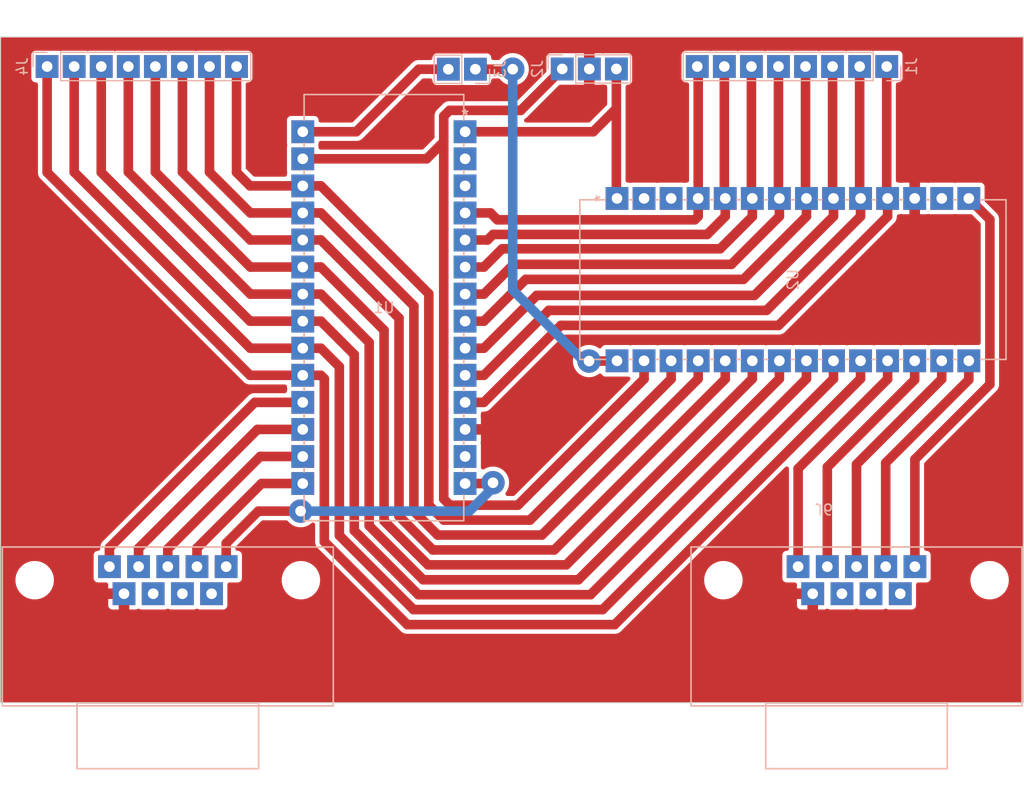
<source format=kicad_pcb>
(kicad_pcb (version 20221018) (generator pcbnew)
  (layers (0 "F.Cu" signal) (31 "B.Cu" signal) (34 "B.Paste" user) (35 "F.Paste" user) (36 "B.SilkS" user "B.Silkscreen") (37 "F.SilkS" user "F.Silkscreen") (38 "B.Mask" user) (39 "F.Mask" user) (44 "Edge.Cuts" user))
  (net 0 "")
  (net 1 "/CH9")
  (net 2 "/CH10")
  (net 3 "/CH11")
  (net 4 "/CH12")
  (net 5 "/CH13")
  (net 6 "/CH14")
  (net 7 "/CH15")
  (net 8 "/CH16")
  (net 9 "/D1")
  (net 10 "/D2")
  (net 11 "GND")
  (net 12 "/EN_1")
  (net 13 "/A0_1")
  (net 14 "/A1_1")
  (net 15 "/A2_1")
  (net 16 "/A3_1")
  (net 17 "/EN_2")
  (net 18 "/A0_2")
  (net 19 "/A1_2")
  (net 20 "/A2_2")
  (net 21 "/A3_2")
  (net 22 "/CH1")
  (net 23 "/CH2")
  (net 24 "/CH3")
  (net 25 "/CH4")
  (net 26 "/CH5")
  (net 27 "/CH6")
  (net 28 "/CH7")
  (net 29 "/CH8")
  (net 30 "/+12V")
  (net 34 "/-12V")
  (footprint "ADG406BNZ:ADG406BNZ" (layer "B.Cu") (at 43.6066 8.9027 180)
    (fp_text reference "U1" (at 7.62 -16.51 unlocked) (layer "B.SilkS") (effects (justify mirror)))
    (fp_text value "ADG406BNZ")
    (fp_text user "*" (at 0 1.524) (layer "B.SilkS") (effects (justify mirror)))
    (fp_text user "*" (at 0 1.524 unlocked) (layer "B.SilkS") (effects (justify mirror)))
    (fp_line (start 0.127 -36.5125) (end 15.113 -36.5125) (stroke (width 0.1524)) (layer "B.SilkS"))
    (fp_line (start 0.127 -34.107348) (end 0.127 -36.5125) (stroke (width 0.1524)) (layer "B.SilkS"))
    (fp_line (start 0.127 -31.567348) (end 0.127 -31.932652) (stroke (width 0.1524)) (layer "B.SilkS"))
    (fp_line (start 0.127 -29.027348) (end 0.127 -29.392652) (stroke (width 0.1524)) (layer "B.SilkS"))
    (fp_line (start 0.127 -26.487348) (end 0.127 -26.852652) (stroke (width 0.1524)) (layer "B.SilkS"))
    (fp_line (start 0.127 -23.947348) (end 0.127 -24.312652) (stroke (width 0.1524)) (layer "B.SilkS"))
    (fp_line (start 0.127 -21.407348) (end 0.127 -21.772652) (stroke (width 0.1524)) (layer "B.SilkS"))
    (fp_line (start 0.127 -18.867348) (end 0.127 -19.232652) (stroke (width 0.1524)) (layer "B.SilkS"))
    (fp_line (start 0.127 -16.327348) (end 0.127 -16.692652) (stroke (width 0.1524)) (layer "B.SilkS"))
    (fp_line (start 0.127 -13.787348) (end 0.127 -14.152652) (stroke (width 0.1524)) (layer "B.SilkS"))
    (fp_line (start 0.127 -11.247348) (end 0.127 -11.612652) (stroke (width 0.1524)) (layer "B.SilkS"))
    (fp_line (start 0.127 -8.707348) (end 0.127 -9.072652) (stroke (width 0.1524)) (layer "B.SilkS"))
    (fp_line (start 0.127 -6.167348) (end 0.127 -6.532652) (stroke (width 0.1524)) (layer "B.SilkS"))
    (fp_line (start 0.127 -3.627348) (end 0.127 -3.992652) (stroke (width 0.1524)) (layer "B.SilkS"))
    (fp_line (start 0.127 -1.09474) (end 0.127 -1.452652) (stroke (width 0.1524)) (layer "B.SilkS"))
    (fp_line (start 0.127 3.4925) (end 0.127 1.09474) (stroke (width 0.1524)) (layer "B.SilkS"))
    (fp_line (start 15.113 -36.5125) (end 15.113 -34.107348) (stroke (width 0.1524)) (layer "B.SilkS"))
    (fp_line (start 15.113 -31.932652) (end 15.113 -31.567348) (stroke (width 0.1524)) (layer "B.SilkS"))
    (fp_line (start 15.113 -29.392652) (end 15.113 -29.027348) (stroke (width 0.1524)) (layer "B.SilkS"))
    (fp_line (start 15.113 -26.852652) (end 15.113 -26.487348) (stroke (width 0.1524)) (layer "B.SilkS"))
    (fp_line (start 15.113 -24.312652) (end 15.113 -23.947348) (stroke (width 0.1524)) (layer "B.SilkS"))
    (fp_line (start 15.113 -21.772652) (end 15.113 -21.407348) (stroke (width 0.1524)) (layer "B.SilkS"))
    (fp_line (start 15.113 -19.232652) (end 15.113 -18.867348) (stroke (width 0.1524)) (layer "B.SilkS"))
    (fp_line (start 15.113 -16.692652) (end 15.113 -16.327348) (stroke (width 0.1524)) (layer "B.SilkS"))
    (fp_line (start 15.113 -14.152652) (end 15.113 -13.787348) (stroke (width 0.1524)) (layer "B.SilkS"))
    (fp_line (start 15.113 -11.612652) (end 15.113 -11.247348) (stroke (width 0.1524)) (layer "B.SilkS"))
    (fp_line (start 15.113 -9.072652) (end 15.113 -8.707348) (stroke (width 0.1524)) (layer "B.SilkS"))
    (fp_line (start 15.113 -6.532652) (end 15.113 -6.167348) (stroke (width 0.1524)) (layer "B.SilkS"))
    (fp_line (start 15.113 -3.992652) (end 15.113 -3.627348) (stroke (width 0.1524)) (layer "B.SilkS"))
    (fp_line (start 15.113 -1.452652) (end 15.113 -1.087348) (stroke (width 0.1524)) (layer "B.SilkS"))
    (fp_line (start 15.113 1.087348) (end 15.113 3.4925) (stroke (width 0.1524)) (layer "B.SilkS"))
    (fp_line (start 15.113 3.4925) (end 0.127 3.4925) (stroke (width 0.1524)) (layer "B.SilkS"))
    (pad "1" thru_hole rect (at 0 0 180) (size 2.14 2.14) (drill 1) (layers "*.Cu" "*.Mask") (net 30 "/+12V"))
    (pad "2" thru_hole rect (at 0 -2.54 180) (size 2.14 2.14) (drill 1) (layers "*.Cu" "*.Mask"))
    (pad "3" thru_hole rect (at 0 -5.08 180) (size 2.14 2.14) (drill 1) (layers "*.Cu" "*.Mask"))
    (pad "4" thru_hole rect (at 0 -7.62 180) (size 2.14 2.14) (drill 1) (layers "*.Cu" "*.Mask") (net 8 "/CH16"))
    (pad "5" thru_hole rect (at 0 -10.16 180) (size 2.14 2.14) (drill 1) (layers "*.Cu" "*.Mask") (net 7 "/CH15"))
    (pad "6" thru_hole rect (at 0 -12.7 180) (size 2.14 2.14) (drill 1) (layers "*.Cu" "*.Mask") (net 6 "/CH14"))
    (pad "7" thru_hole rect (at 0 -15.24 180) (size 2.14 2.14) (drill 1) (layers "*.Cu" "*.Mask") (net 5 "/CH13"))
    (pad "8" thru_hole rect (at 0 -17.78 180) (size 2.14 2.14) (drill 1) (layers "*.Cu" "*.Mask") (net 4 "/CH12"))
    (pad "9" thru_hole rect (at 0 -20.32 180) (size 2.14 2.14) (drill 1) (layers "*.Cu" "*.Mask") (net 3 "/CH11"))
    (pad "10" thru_hole rect (at 0 -22.86 180) (size 2.14 2.14) (drill 1) (layers "*.Cu" "*.Mask") (net 2 "/CH10"))
    (pad "11" thru_hole rect (at 0 -25.4 180) (size 2.14 2.14) (drill 1) (layers "*.Cu" "*.Mask") (net 1 "/CH9"))
    (pad "12" thru_hole rect (at 0 -27.94 180) (size 2.14 2.14) (drill 1) (layers "*.Cu" "*.Mask") (net 11 "GND"))
    (pad "13" thru_hole rect (at 0 -30.48 180) (size 2.14 2.14) (drill 1) (layers "*.Cu" "*.Mask"))
    (pad "14" thru_hole rect (at 0 -33.02 180) (size 2.14 2.14) (drill 1) (layers "*.Cu" "*.Mask") (net 21 "/A3_2"))
    (pad "15" thru_hole rect (at 15.24 -33.02 180) (size 2.14 2.14) (drill 1) (layers "*.Cu" "*.Mask") (net 20 "/A2_2"))
    (pad "16" thru_hole rect (at 15.24 -30.48 180) (size 2.14 2.14) (drill 1) (layers "*.Cu" "*.Mask") (net 19 "/A1_2"))
    (pad "17" thru_hole rect (at 15.24 -27.94 180) (size 2.14 2.14) (drill 1) (layers "*.Cu" "*.Mask") (net 18 "/A0_2"))
    (pad "18" thru_hole rect (at 15.24 -25.4 180) (size 2.14 2.14) (drill 1) (layers "*.Cu" "*.Mask") (net 17 "/EN_2"))
    (pad "19" thru_hole rect (at 15.24 -22.86 180) (size 2.14 2.14) (drill 1) (layers "*.Cu" "*.Mask") (net 22 "/CH1"))
    (pad "20" thru_hole rect (at 15.24 -20.32 180) (size 2.14 2.14) (drill 1) (layers "*.Cu" "*.Mask") (net 23 "/CH2"))
    (pad "21" thru_hole rect (at 15.24 -17.78 180) (size 2.14 2.14) (drill 1) (layers "*.Cu" "*.Mask") (net 24 "/CH3"))
    (pad "22" thru_hole rect (at 15.24 -15.24 180) (size 2.14 2.14) (drill 1) (layers "*.Cu" "*.Mask") (net 25 "/CH4"))
    (pad "23" thru_hole rect (at 15.24 -12.7 180) (size 2.14 2.14) (drill 1) (layers "*.Cu" "*.Mask") (net 26 "/CH5"))
    (pad "24" thru_hole rect (at 15.24 -10.16 180) (size 2.14 2.14) (drill 1) (layers "*.Cu" "*.Mask") (net 27 "/CH6"))
    (pad "25" thru_hole rect (at 15.24 -7.62 180) (size 2.14 2.14) (drill 1) (layers "*.Cu" "*.Mask") (net 28 "/CH7"))
    (pad "26" thru_hole rect (at 15.24 -5.08 180) (size 2.14 2.14) (drill 1) (layers "*.Cu" "*.Mask") (net 29 "/CH8"))
    (pad "27" thru_hole rect (at 15.24 -2.54 180) (size 2.14 2.14) (drill 1) (layers "*.Cu" "*.Mask") (net 34 "/-12V"))
    (pad "28" thru_hole rect (at 15.24 0 180) (size 2.14 2.14) (drill 1) (layers "*.Cu" "*.Mask") (net 10 "/D2"))
  )
  (footprint "DB-9_Female:DB-9_Female" (layer "B.Cu") (at 15.699 62.664001)
    (fp_text reference "J5" hide)
    (fp_text value "DB-9_Female")
    (fp_line (start -15.5321 -14.7828) (end 15.5321 -14.7828) (stroke (width 0.1524)) (layer "B.SilkS"))
    (fp_line (start -15.5321 0.127) (end -15.5321 -14.7828) (stroke (width 0.1524)) (layer "B.SilkS"))
    (fp_line (start -8.5217 -0.127) (end 8.5217 -0.127) (stroke (width 0.1524)) (layer "B.SilkS"))
    (fp_line (start -8.5217 6.0198) (end -8.5217 -0.127) (stroke (width 0.1524)) (layer "B.SilkS"))
    (fp_line (start 8.5217 -0.127) (end 8.5217 6.0198) (stroke (width 0.1524)) (layer "B.SilkS"))
    (fp_line (start 8.5217 6.0198) (end -8.5217 6.0198) (stroke (width 0.1524)) (layer "B.SilkS"))
    (fp_line (start 15.5321 -14.7828) (end 15.5321 0.127) (stroke (width 0.1524)) (layer "B.SilkS"))
    (fp_line (start 15.5321 0.127) (end -15.5321 0.127) (stroke (width 0.1524)) (layer "B.SilkS"))
    (pad "" np_thru_hole circle (at -12.495 -11.669999) (size 3.0988 3.0988) (drill 3.0988) (layers "*.Cu" "*.Mask"))
    (pad "" np_thru_hole circle (at 12.495 -11.669999) (size 3.0988 3.0988) (drill 3.0988) (layers "*.Cu" "*.Mask"))
    (pad "1" thru_hole rect (at 5.479999 -12.94) (size 2.14 2.14) (drill 1) (layers "*.Cu" "*.Mask") (net 21 "/A3_2"))
    (pad "2" thru_hole rect (at 2.74 -12.94) (size 2.14 2.14) (drill 1) (layers "*.Cu" "*.Mask") (net 20 "/A2_2"))
    (pad "3" thru_hole rect (at 0 -12.94) (size 2.14 2.14) (drill 1) (layers "*.Cu" "*.Mask") (net 19 "/A1_2"))
    (pad "4" thru_hole rect (at -2.74 -12.94) (size 2.14 2.14) (drill 1) (layers "*.Cu" "*.Mask") (net 18 "/A0_2"))
    (pad "5" thru_hole rect (at -5.479999 -12.94) (size 2.14 2.14) (drill 1) (layers "*.Cu" "*.Mask") (net 17 "/EN_2"))
    (pad "6" thru_hole rect (at 4.109999 -10.4) (size 2.14 2.14) (drill 1) (layers "*.Cu" "*.Mask"))
    (pad "7" thru_hole rect (at 1.37 -10.4) (size 2.14 2.14) (drill 1) (layers "*.Cu" "*.Mask"))
    (pad "8" thru_hole rect (at -1.37 -10.4) (size 2.14 2.14) (drill 1) (layers "*.Cu" "*.Mask"))
    (pad "9" thru_hole rect (at -4.109999 -10.4) (size 2.14 2.14) (drill 1) (layers "*.Cu" "*.Mask") (net 11 "GND"))
  )
  (footprint "DB-9_Female:DB-9_Female" (layer "B.Cu") (at 80.342 62.664001)
    (fp_text reference "J6" (at -3.056 -18.3515 180 unlocked) (layer "B.SilkS") (effects (justify mirror)))
    (fp_text value "DB-9_Female")
    (fp_line (start -15.5321 -14.7828) (end 15.5321 -14.7828) (stroke (width 0.1524)) (layer "B.SilkS"))
    (fp_line (start -15.5321 0.127) (end -15.5321 -14.7828) (stroke (width 0.1524)) (layer "B.SilkS"))
    (fp_line (start -8.5217 -0.127) (end 8.5217 -0.127) (stroke (width 0.1524)) (layer "B.SilkS"))
    (fp_line (start -8.5217 6.0198) (end -8.5217 -0.127) (stroke (width 0.1524)) (layer "B.SilkS"))
    (fp_line (start 8.5217 -0.127) (end 8.5217 6.0198) (stroke (width 0.1524)) (layer "B.SilkS"))
    (fp_line (start 8.5217 6.0198) (end -8.5217 6.0198) (stroke (width 0.1524)) (layer "B.SilkS"))
    (fp_line (start 15.5321 -14.7828) (end 15.5321 0.127) (stroke (width 0.1524)) (layer "B.SilkS"))
    (fp_line (start 15.5321 0.127) (end -15.5321 0.127) (stroke (width 0.1524)) (layer "B.SilkS"))
    (pad "" np_thru_hole circle (at -12.495 -11.669999) (size 3.0988 3.0988) (drill 3.0988) (layers "*.Cu" "*.Mask"))
    (pad "" np_thru_hole circle (at 12.495 -11.669999) (size 3.0988 3.0988) (drill 3.0988) (layers "*.Cu" "*.Mask"))
    (pad "1" thru_hole rect (at 5.479999 -12.94) (size 2.14 2.14) (drill 1) (layers "*.Cu" "*.Mask") (net 16 "/A3_1"))
    (pad "2" thru_hole rect (at 2.74 -12.94) (size 2.14 2.14) (drill 1) (layers "*.Cu" "*.Mask") (net 15 "/A2_1"))
    (pad "3" thru_hole rect (at 0 -12.94) (size 2.14 2.14) (drill 1) (layers "*.Cu" "*.Mask") (net 14 "/A1_1"))
    (pad "4" thru_hole rect (at -2.74 -12.94) (size 2.14 2.14) (drill 1) (layers "*.Cu" "*.Mask") (net 13 "/A0_1"))
    (pad "5" thru_hole rect (at -5.479999 -12.94) (size 2.14 2.14) (drill 1) (layers "*.Cu" "*.Mask") (net 12 "/EN_1"))
    (pad "6" thru_hole rect (at 4.109999 -10.4) (size 2.14 2.14) (drill 1) (layers "*.Cu" "*.Mask"))
    (pad "7" thru_hole rect (at 1.37 -10.4) (size 2.14 2.14) (drill 1) (layers "*.Cu" "*.Mask"))
    (pad "8" thru_hole rect (at -1.37 -10.4) (size 2.14 2.14) (drill 1) (layers "*.Cu" "*.Mask"))
    (pad "9" thru_hole rect (at -4.109999 -10.4) (size 2.14 2.14) (drill 1) (layers "*.Cu" "*.Mask") (net 11 "GND"))
  )
  (footprint "Connector_PinHeader_2.54mm:PinHeader_1x08_P2.54mm_Vertical" (layer "B.Cu") (at 83.177 2.7813 90)
    (fp_text reference "J1" (at 0 2.33 270) (layer "B.SilkS") (effects (justify mirror)))
    (fp_text value "Conn_01x08_Pin")
    (fp_line (start -1.33 -19.11) (end 1.33 -19.11) (stroke (width 0.12)) (layer "B.SilkS"))
    (fp_line (start -1.33 -1.27) (end -1.33 -19.11) (stroke (width 0.12)) (layer "B.SilkS"))
    (fp_line (start -1.33 -1.27) (end 1.33 -1.27) (stroke (width 0.12)) (layer "B.SilkS"))
    (fp_line (start -1.33 0) (end -1.33 1.33) (stroke (width 0.12)) (layer "B.SilkS"))
    (fp_line (start -1.33 1.33) (end 0 1.33) (stroke (width 0.12)) (layer "B.SilkS"))
    (fp_line (start 1.33 -1.27) (end 1.33 -19.11) (stroke (width 0.12)) (layer "B.SilkS"))
    (pad "1" thru_hole rect (at 0 0 90) (size 2.14 2.14) (drill 1) (layers "*.Cu" "*.Mask") (net 1 "/CH9"))
    (pad "2" thru_hole rect (at 0 -2.54 90) (size 2.14 2.14) (drill 1) (layers "*.Cu" "*.Mask") (net 2 "/CH10"))
    (pad "3" thru_hole rect (at 0 -5.08 90) (size 2.14 2.14) (drill 1) (layers "*.Cu" "*.Mask") (net 3 "/CH11"))
    (pad "4" thru_hole rect (at 0 -7.62 90) (size 2.14 2.14) (drill 1) (layers "*.Cu" "*.Mask") (net 4 "/CH12"))
    (pad "5" thru_hole rect (at 0 -10.16 90) (size 2.14 2.14) (drill 1) (layers "*.Cu" "*.Mask") (net 5 "/CH13"))
    (pad "6" thru_hole rect (at 0 -12.7 90) (size 2.14 2.14) (drill 1) (layers "*.Cu" "*.Mask") (net 6 "/CH14"))
    (pad "7" thru_hole rect (at 0 -15.24 90) (size 2.14 2.14) (drill 1) (layers "*.Cu" "*.Mask") (net 7 "/CH15"))
    (pad "8" thru_hole rect (at 0 -17.78 90) (size 2.14 2.14) (drill 1) (layers "*.Cu" "*.Mask") (net 8 "/CH16"))
  )
  (footprint "Connector_PinHeader_2.54mm:PinHeader_1x03_P2.54mm_Vertical" (layer "B.Cu") (at 52.7224 3.0099 -90)
    (fp_text reference "J2" (at 0 2.33 90) (layer "B.SilkS") (effects (justify mirror)))
    (fp_text value "Conn_01x03_Pin")
    (fp_line (start -1.33 -6.41) (end 1.33 -6.41) (stroke (width 0.12)) (layer "B.SilkS"))
    (fp_line (start -1.33 -1.27) (end -1.33 -6.41) (stroke (width 0.12)) (layer "B.SilkS"))
    (fp_line (start -1.33 -1.27) (end 1.33 -1.27) (stroke (width 0.12)) (layer "B.SilkS"))
    (fp_line (start -1.33 0) (end -1.33 1.33) (stroke (width 0.12)) (layer "B.SilkS"))
    (fp_line (start -1.33 1.33) (end 0 1.33) (stroke (width 0.12)) (layer "B.SilkS"))
    (fp_line (start 1.33 -1.27) (end 1.33 -6.41) (stroke (width 0.12)) (layer "B.SilkS"))
    (pad "1" thru_hole rect (at 0 0 270) (size 2.14 2.14) (drill 1) (layers "*.Cu" "*.Mask") (net 34 "/-12V"))
    (pad "2" thru_hole rect (at 0 -2.54 270) (size 2.14 2.14) (drill 1) (layers "*.Cu" "*.Mask") (net 11 "GND"))
    (pad "3" thru_hole rect (at 0 -5.08 270) (size 2.14 2.14) (drill 1) (layers "*.Cu" "*.Mask") (net 30 "/+12V"))
  )
  (footprint "Connector_PinHeader_2.54mm:PinHeader_1x08_P2.54mm_Vertical" (layer "B.Cu") (at 4.373 2.7813 -90)
    (fp_text reference "J4" (at 0 2.33 90) (layer "B.SilkS") (effects (justify mirror)))
    (fp_text value "Conn_01x08_Pin")
    (fp_line (start -1.33 -19.11) (end 1.33 -19.11) (stroke (width 0.12)) (layer "B.SilkS"))
    (fp_line (start -1.33 -1.27) (end -1.33 -19.11) (stroke (width 0.12)) (layer "B.SilkS"))
    (fp_line (start -1.33 -1.27) (end 1.33 -1.27) (stroke (width 0.12)) (layer "B.SilkS"))
    (fp_line (start -1.33 0) (end -1.33 1.33) (stroke (width 0.12)) (layer "B.SilkS"))
    (fp_line (start -1.33 1.33) (end 0 1.33) (stroke (width 0.12)) (layer "B.SilkS"))
    (fp_line (start 1.33 -1.27) (end 1.33 -19.11) (stroke (width 0.12)) (layer "B.SilkS"))
    (pad "1" thru_hole rect (at 0 0 270) (size 2.14 2.14) (drill 1) (layers "*.Cu" "*.Mask") (net 22 "/CH1"))
    (pad "2" thru_hole rect (at 0 -2.54 270) (size 2.14 2.14) (drill 1) (layers "*.Cu" "*.Mask") (net 23 "/CH2"))
    (pad "3" thru_hole rect (at 0 -5.08 270) (size 2.14 2.14) (drill 1) (layers "*.Cu" "*.Mask") (net 24 "/CH3"))
    (pad "4" thru_hole rect (at 0 -7.62 270) (size 2.14 2.14) (drill 1) (layers "*.Cu" "*.Mask") (net 25 "/CH4"))
    (pad "5" thru_hole rect (at 0 -10.16 270) (size 2.14 2.14) (drill 1) (layers "*.Cu" "*.Mask") (net 26 "/CH5"))
    (pad "6" thru_hole rect (at 0 -12.7 270) (size 2.14 2.14) (drill 1) (layers "*.Cu" "*.Mask") (net 27 "/CH6"))
    (pad "7" thru_hole rect (at 0 -15.24 270) (size 2.14 2.14) (drill 1) (layers "*.Cu" "*.Mask") (net 28 "/CH7"))
    (pad "8" thru_hole rect (at 0 -17.78 270) (size 2.14 2.14) (drill 1) (layers "*.Cu" "*.Mask") (net 29 "/CH8"))
  )
  (footprint "Connector_PinHeader_2.54mm:PinHeader_1x02_P2.54mm_Vertical" (layer "B.Cu") (at 44.569 3.0353 90)
    (fp_text reference "J3" (at 0 2.33 90) (layer "B.SilkS") (effects (justify mirror)))
    (fp_text value "Conn_01x02_Pin")
    (fp_line (start -1.33 -3.87) (end 1.33 -3.87) (stroke (width 0.12)) (layer "B.SilkS"))
    (fp_line (start -1.33 -1.27) (end -1.33 -3.87) (stroke (width 0.12)) (layer "B.SilkS"))
    (fp_line (start -1.33 -1.27) (end 1.33 -1.27) (stroke (width 0.12)) (layer "B.SilkS"))
    (fp_line (start -1.33 0) (end -1.33 1.33) (stroke (width 0.12)) (layer "B.SilkS"))
    (fp_line (start -1.33 1.33) (end 0 1.33) (stroke (width 0.12)) (layer "B.SilkS"))
    (fp_line (start 1.33 -1.27) (end 1.33 -3.87) (stroke (width 0.12)) (layer "B.SilkS"))
    (pad "1" thru_hole rect (at 0 0 90) (size 2.14 2.14) (drill 1) (layers "*.Cu" "*.Mask") (net 9 "/D1"))
    (pad "2" thru_hole rect (at 0 -2.54 90) (size 2.14 2.14) (drill 1) (layers "*.Cu" "*.Mask") (net 10 "/D2"))
  )
  (footprint "ADG406BNZ:ADG406BNZ" (layer "B.Cu") (at 57.863 15.1613 -90)
    (fp_text reference "U2" (at 7.62 -16.51 90 unlocked) (layer "B.SilkS") (effects (justify mirror)))
    (fp_text value "ADG406BNZ")
    (fp_text user "*" (at 0 1.524 90) (layer "B.SilkS") (effects (justify mirror)))
    (fp_text user "*" (at 0 1.524 90 unlocked) (layer "B.SilkS") (effects (justify mirror)))
    (fp_line (start 0.127 -36.5125) (end 15.113 -36.5125) (stroke (width 0.1524)) (layer "B.SilkS"))
    (fp_line (start 0.127 -34.107348) (end 0.127 -36.5125) (stroke (width 0.1524)) (layer "B.SilkS"))
    (fp_line (start 0.127 -31.567348) (end 0.127 -31.932652) (stroke (width 0.1524)) (layer "B.SilkS"))
    (fp_line (start 0.127 -29.027348) (end 0.127 -29.392652) (stroke (width 0.1524)) (layer "B.SilkS"))
    (fp_line (start 0.127 -26.487348) (end 0.127 -26.852652) (stroke (width 0.1524)) (layer "B.SilkS"))
    (fp_line (start 0.127 -23.947348) (end 0.127 -24.312652) (stroke (width 0.1524)) (layer "B.SilkS"))
    (fp_line (start 0.127 -21.407348) (end 0.127 -21.772652) (stroke (width 0.1524)) (layer "B.SilkS"))
    (fp_line (start 0.127 -18.867348) (end 0.127 -19.232652) (stroke (width 0.1524)) (layer "B.SilkS"))
    (fp_line (start 0.127 -16.327348) (end 0.127 -16.692652) (stroke (width 0.1524)) (layer "B.SilkS"))
    (fp_line (start 0.127 -13.787348) (end 0.127 -14.152652) (stroke (width 0.1524)) (layer "B.SilkS"))
    (fp_line (start 0.127 -11.247348) (end 0.127 -11.612652) (stroke (width 0.1524)) (layer "B.SilkS"))
    (fp_line (start 0.127 -8.707348) (end 0.127 -9.072652) (stroke (width 0.1524)) (layer "B.SilkS"))
    (fp_line (start 0.127 -6.167348) (end 0.127 -6.532652) (stroke (width 0.1524)) (layer "B.SilkS"))
    (fp_line (start 0.127 -3.627348) (end 0.127 -3.992652) (stroke (width 0.1524)) (layer "B.SilkS"))
    (fp_line (start 0.127 -1.09474) (end 0.127 -1.452652) (stroke (width 0.1524)) (layer "B.SilkS"))
    (fp_line (start 0.127 3.4925) (end 0.127 1.09474) (stroke (width 0.1524)) (layer "B.SilkS"))
    (fp_line (start 15.113 -36.5125) (end 15.113 -34.107348) (stroke (width 0.1524)) (layer "B.SilkS"))
    (fp_line (start 15.113 -31.932652) (end 15.113 -31.567348) (stroke (width 0.1524)) (layer "B.SilkS"))
    (fp_line (start 15.113 -29.392652) (end 15.113 -29.027348) (stroke (width 0.1524)) (layer "B.SilkS"))
    (fp_line (start 15.113 -26.852652) (end 15.113 -26.487348) (stroke (width 0.1524)) (layer "B.SilkS"))
    (fp_line (start 15.113 -24.312652) (end 15.113 -23.947348) (stroke (width 0.1524)) (layer "B.SilkS"))
    (fp_line (start 15.113 -21.772652) (end 15.113 -21.407348) (stroke (width 0.1524)) (layer "B.SilkS"))
    (fp_line (start 15.113 -19.232652) (end 15.113 -18.867348) (stroke (width 0.1524)) (layer "B.SilkS"))
    (fp_line (start 15.113 -16.692652) (end 15.113 -16.327348) (stroke (width 0.1524)) (layer "B.SilkS"))
    (fp_line (start 15.113 -14.152652) (end 15.113 -13.787348) (stroke (width 0.1524)) (layer "B.SilkS"))
    (fp_line (start 15.113 -11.612652) (end 15.113 -11.247348) (stroke (width 0.1524)) (layer "B.SilkS"))
    (fp_line (start 15.113 -9.072652) (end 15.113 -8.707348) (stroke (width 0.1524)) (layer "B.SilkS"))
    (fp_line (start 15.113 -6.532652) (end 15.113 -6.167348) (stroke (width 0.1524)) (layer "B.SilkS"))
    (fp_line (start 15.113 -3.992652) (end 15.113 -3.627348) (stroke (width 0.1524)) (layer "B.SilkS"))
    (fp_line (start 15.113 -1.452652) (end 15.113 -1.087348) (stroke (width 0.1524)) (layer "B.SilkS"))
    (fp_line (start 15.113 1.087348) (end 15.113 3.4925) (stroke (width 0.1524)) (layer "B.SilkS"))
    (fp_line (start 15.113 3.4925) (end 0.127 3.4925) (stroke (width 0.1524)) (layer "B.SilkS"))
    (pad "1" thru_hole rect (at 0 0 270) (size 2.14 2.14) (drill 1) (layers "*.Cu" "*.Mask") (net 30 "/+12V"))
    (pad "2" thru_hole rect (at 0 -2.54 270) (size 2.14 2.14) (drill 1) (layers "*.Cu" "*.Mask"))
    (pad "3" thru_hole rect (at 0 -5.08 270) (size 2.14 2.14) (drill 1) (layers "*.Cu" "*.Mask"))
    (pad "4" thru_hole rect (at 0 -7.62 270) (size 2.14 2.14) (drill 1) (layers "*.Cu" "*.Mask") (net 8 "/CH16"))
    (pad "5" thru_hole rect (at 0 -10.16 270) (size 2.14 2.14) (drill 1) (layers "*.Cu" "*.Mask") (net 7 "/CH15"))
    (pad "6" thru_hole rect (at 0 -12.7 270) (size 2.14 2.14) (drill 1) (layers "*.Cu" "*.Mask") (net 6 "/CH14"))
    (pad "7" thru_hole rect (at 0 -15.24 270) (size 2.14 2.14) (drill 1) (layers "*.Cu" "*.Mask") (net 5 "/CH13"))
    (pad "8" thru_hole rect (at 0 -17.78 270) (size 2.14 2.14) (drill 1) (layers "*.Cu" "*.Mask") (net 4 "/CH12"))
    (pad "9" thru_hole rect (at 0 -20.32 270) (size 2.14 2.14) (drill 1) (layers "*.Cu" "*.Mask") (net 3 "/CH11"))
    (pad "10" thru_hole rect (at 0 -22.86 270) (size 2.14 2.14) (drill 1) (layers "*.Cu" "*.Mask") (net 2 "/CH10"))
    (pad "11" thru_hole rect (at 0 -25.4 270) (size 2.14 2.14) (drill 1) (layers "*.Cu" "*.Mask") (net 1 "/CH9"))
    (pad "12" thru_hole rect (at 0 -27.94 270) (size 2.14 2.14) (drill 1) (layers "*.Cu" "*.Mask") (net 11 "GND"))
    (pad "13" thru_hole rect (at 0 -30.48 270) (size 2.14 2.14) (drill 1) (layers "*.Cu" "*.Mask"))
    (pad "14" thru_hole rect (at 0 -33.02 270) (size 2.14 2.14) (drill 1) (layers "*.Cu" "*.Mask") (net 16 "/A3_1"))
    (pad "15" thru_hole rect (at 15.24 -33.02 270) (size 2.14 2.14) (drill 1) (layers "*.Cu" "*.Mask") (net 15 "/A2_1"))
    (pad "16" thru_hole rect (at 15.24 -30.48 270) (size 2.14 2.14) (drill 1) (layers "*.Cu" "*.Mask") (net 14 "/A1_1"))
    (pad "17" thru_hole rect (at 15.24 -27.94 270) (size 2.14 2.14) (drill 1) (layers "*.Cu" "*.Mask") (net 13 "/A0_1"))
    (pad "18" thru_hole rect (at 15.24 -25.4 270) (size 2.14 2.14) (drill 1) (layers "*.Cu" "*.Mask") (net 12 "/EN_1"))
    (pad "19" thru_hole rect (at 15.24 -22.86 270) (size 2.14 2.14) (drill 1) (layers "*.Cu" "*.Mask") (net 22 "/CH1"))
    (pad "20" thru_hole rect (at 15.24 -20.32 270) (size 2.14 2.14) (drill 1) (layers "*.Cu" "*.Mask") (net 23 "/CH2"))
    (pad "21" thru_hole rect (at 15.24 -17.78 270) (size 2.14 2.14) (drill 1) (layers "*.Cu" "*.Mask") (net 24 "/CH3"))
    (pad "22" thru_hole rect (at 15.24 -15.24 270) (size 2.14 2.14) (drill 1) (layers "*.Cu" "*.Mask") (net 25 "/CH4"))
    (pad "23" thru_hole rect (at 15.24 -12.7 270) (size 2.14 2.14) (drill 1) (layers "*.Cu" "*.Mask") (net 26 "/CH5"))
    (pad "24" thru_hole rect (at 15.24 -10.16 270) (size 2.14 2.14) (drill 1) (layers "*.Cu" "*.Mask") (net 27 "/CH6"))
    (pad "25" thru_hole rect (at 15.24 -7.62 270) (size 2.14 2.14) (drill 1) (layers "*.Cu" "*.Mask") (net 28 "/CH7"))
    (pad "26" thru_hole rect (at 15.24 -5.08 270) (size 2.14 2.14) (drill 1) (layers "*.Cu" "*.Mask") (net 29 "/CH8"))
    (pad "27" thru_hole rect (at 15.24 -2.54 270) (size 2.14 2.14) (drill 1) (layers "*.Cu" "*.Mask") (net 34 "/-12V"))
    (pad "28" thru_hole rect (at 15.24 0 270) (size 2.14 2.14) (drill 1) (layers "*.Cu" "*.Mask") (net 9 "/D1"))
  )
  (gr_rect (start 0 0) (end 96 62.5) (stroke (width 0.1)) (fill none) (layer "Edge.Cuts"))
  (segment (start 73.0296 27.0797) (end 83.263 16.8463) (width 0.9) (layer "F.Cu") (net 1))
  (segment (start 83.263 16.8463) (end 83.263 15.1613) (width 0.9) (layer "F.Cu") (net 1))
  (segment (start 83.177 2.7813) (end 83.177 15.0753) (width 0.9) (layer "F.Cu") (net 1))
  (segment (start 43.6066 34.3027) (end 45.368 34.3027) (width 0.9) (layer "F.Cu") (net 1))
  (segment (start 83.177 15.0753) (end 83.263 15.1613) (width 0.9) (layer "F.Cu") (net 1))
  (segment (start 52.591 27.0797) (end 73.0296 27.0797) (width 0.9) (layer "F.Cu") (net 1))
  (segment (start 45.368 34.3027) (end 52.591 27.0797) (width 0.9) (layer "F.Cu") (net 1))
  (segment (start 45.368 31.7627) (end 51.461 25.6697) (width 0.9) (layer "F.Cu") (net 2))
  (segment (start 80.723 16.8463) (end 80.723 15.1613) (width 0.9) (layer "F.Cu") (net 2))
  (segment (start 80.637 2.7813) (end 80.637 15.0753) (width 0.9) (layer "F.Cu") (net 2))
  (segment (start 80.637 15.0753) (end 80.723 15.1613) (width 0.9) (layer "F.Cu") (net 2))
  (segment (start 43.6066 31.7627) (end 45.368 31.7627) (width 0.9) (layer "F.Cu") (net 2))
  (segment (start 51.461 25.6697) (end 71.8996 25.6697) (width 0.9) (layer "F.Cu") (net 2))
  (segment (start 71.8996 25.6697) (end 80.723 16.8463) (width 0.9) (layer "F.Cu") (net 2))
  (segment (start 78.097 15.0753) (end 78.183 15.1613) (width 0.9) (layer "F.Cu") (net 3))
  (segment (start 78.097 2.7813) (end 78.097 15.0753) (width 0.9) (layer "F.Cu") (net 3))
  (segment (start 78.183 16.8463) (end 78.183 15.1613) (width 0.9) (layer "F.Cu") (net 3))
  (segment (start 43.6066 29.2227) (end 45.368 29.2227) (width 0.9) (layer "F.Cu") (net 3))
  (segment (start 50.331 24.2597) (end 70.7696 24.2597) (width 0.9) (layer "F.Cu") (net 3))
  (segment (start 70.7696 24.2597) (end 78.183 16.8463) (width 0.9) (layer "F.Cu") (net 3))
  (segment (start 45.368 29.2227) (end 50.331 24.2597) (width 0.9) (layer "F.Cu") (net 3))
  (segment (start 45.368 26.6827) (end 49.292 22.7587) (width 0.9) (layer "F.Cu") (net 4))
  (segment (start 75.557 2.7813) (end 75.557 15.0753) (width 0.9) (layer "F.Cu") (net 4))
  (segment (start 69.7306 22.7587) (end 75.643 16.8463) (width 0.9) (layer "F.Cu") (net 4))
  (segment (start 43.6066 26.6827) (end 45.368 26.6827) (width 0.9) (layer "F.Cu") (net 4))
  (segment (start 75.557 15.0753) (end 75.643 15.1613) (width 0.9) (layer "F.Cu") (net 4))
  (segment (start 75.643 16.8463) (end 75.643 15.1613) (width 0.9) (layer "F.Cu") (net 4))
  (segment (start 49.292 22.7587) (end 69.7306 22.7587) (width 0.9) (layer "F.Cu") (net 4))
  (segment (start 48.162 21.3487) (end 45.368 24.1427) (width 0.9) (layer "F.Cu") (net 5))
  (segment (start 73.017 2.7813) (end 73.017 15.0753) (width 0.9) (layer "F.Cu") (net 5))
  (segment (start 45.368 24.1427) (end 43.6066 24.1427) (width 0.9) (layer "F.Cu") (net 5))
  (segment (start 73.017 15.0753) (end 73.103 15.1613) (width 0.9) (layer "F.Cu") (net 5))
  (segment (start 73.103 15.1613) (end 73.103 16.8463) (width 0.9) (layer "F.Cu") (net 5))
  (segment (start 73.103 16.8463) (end 68.6006 21.3487) (width 0.9) (layer "F.Cu") (net 5))
  (segment (start 48.162 21.3487) (end 68.6006 21.3487) (width 0.9) (layer "F.Cu") (net 5))
  (segment (start 70.563 16.8717) (end 67.545 19.8897) (width 0.9) (layer "F.Cu") (net 6))
  (segment (start 47.081 19.8897) (end 67.545 19.8897) (width 0.9) (layer "F.Cu") (net 6))
  (segment (start 70.477 15.0753) (end 70.563 15.1613) (width 0.9) (layer "F.Cu") (net 6))
  (segment (start 70.477 2.7813) (end 70.477 15.0753) (width 0.9) (layer "F.Cu") (net 6))
  (segment (start 47.081 19.8897) (end 45.368 21.6027) (width 0.9) (layer "F.Cu") (net 6))
  (segment (start 70.563 15.1613) (end 70.563 16.8717) (width 0.9) (layer "F.Cu") (net 6))
  (segment (start 45.368 21.6027) (end 43.6066 21.6027) (width 0.9) (layer "F.Cu") (net 6))
  (segment (start 43.6066 19.0627) (end 45.7073 19.0627) (width 0.9) (layer "F.Cu") (net 7))
  (segment (start 66.3273 18.542) (end 68.023 16.8463) (width 0.9) (layer "F.Cu") (net 7))
  (segment (start 45.7073 19.0627) (end 46.228 18.542) (width 0.9) (layer "F.Cu") (net 7))
  (segment (start 67.937 2.7813) (end 67.937 15.0753) (width 0.9) (layer "F.Cu") (net 7))
  (segment (start 68.023 16.8463) (end 68.023 15.1613) (width 0.9) (layer "F.Cu") (net 7))
  (segment (start 67.937 15.0753) (end 68.023 15.1613) (width 0.9) (layer "F.Cu") (net 7))
  (segment (start 46.228 18.542) (end 66.3273 18.542) (width 0.9) (layer "F.Cu") (net 7))
  (segment (start 65.483 15.1613) (end 65.483 16.8463) (width 0.9) (layer "F.Cu") (net 8))
  (segment (start 65.483 2.8673) (end 65.397 2.7813) (width 0.9) (layer "F.Cu") (net 8))
  (segment (start 46.635042 17.1697) (end 46.535042 17.0697) (width 0.9) (layer "F.Cu") (net 8))
  (segment (start 45.988042 16.5227) (end 43.6066 16.5227) (width 0.9) (layer "F.Cu") (net 8))
  (segment (start 65.483 16.8463) (end 65.1596 17.1697) (width 0.9) (layer "F.Cu") (net 8))
  (segment (start 46.635042 17.1697) (end 45.988042 16.5227) (width 0.9) (layer "F.Cu") (net 8))
  (segment (start 65.1596 17.1697) (end 46.635042 17.1697) (width 0.9) (layer "F.Cu") (net 8))
  (segment (start 65.483 15.1613) (end 65.483 2.8673) (width 0.9) (layer "F.Cu") (net 8))
  (segment (start 44.569 3.0353) (end 46.5248 3.0353) (width 0.9) (layer "F.Cu") (net 9))
  (segment (start 57.8376 30.4267) (end 57.863 30.4013) (width 0.9) (layer "F.Cu") (net 9))
  (segment (start 55.237 30.4267) (end 57.8376 30.4267) (width 0.9) (layer "F.Cu") (net 9))
  (segment (start 46.5248 3.0353) (end 48.0742 3.0353) (width 0.9) (layer "F.Cu") (net 9))
  (via (at 55.237 30.4267) (size 2.2) (drill 1) (layers "F.Cu" "B.Cu") (net 9))
  (via (at 48.0742 3.0353) (size 2.2) (drill 1) (layers "F.Cu" "B.Cu") (net 9))
  (segment (start 55.237 30.4267) (end 54.744 30.4267) (width 0.9) (layer "B.Cu") (net 9))
  (segment (start 48.0742 23.7569) (end 48.0742 3.0353) (width 0.9) (layer "B.Cu") (net 9))
  (segment (start 54.744 30.4267) (end 48.0742 23.7569) (width 0.9) (layer "B.Cu") (net 9))
  (segment (start 33.3883 8.9027) (end 28.3666 8.9027) (width 0.9) (layer "F.Cu") (net 10))
  (segment (start 39.2557 3.0353) (end 33.3883 8.9027) (width 0.9) (layer "F.Cu") (net 10))
  (segment (start 42.029 3.0353) (end 39.2557 3.0353) (width 0.9) (layer "F.Cu") (net 10))
  (segment (start 74.862001 49.724001) (end 74.862001 40.517499) (width 0.9) (layer "F.Cu") (net 12))
  (segment (start 83.263 32.1165) (end 83.263 30.4013) (width 0.9) (layer "F.Cu") (net 12))
  (segment (start 74.862001 40.517499) (end 83.263 32.1165) (width 0.9) (layer "F.Cu") (net 12))
  (segment (start 85.803 32.18) (end 85.803 30.4013) (width 0.9) (layer "F.Cu") (net 13))
  (segment (start 77.602 40.381) (end 85.803 32.18) (width 0.9) (layer "F.Cu") (net 13))
  (segment (start 77.602 49.724001) (end 77.602 40.381) (width 0.9) (layer "F.Cu") (net 13))
  (segment (start 88.343 32.1165) (end 80.342 40.1175) (width 0.9) (layer "F.Cu") (net 14))
  (segment (start 80.342 40.1175) (end 80.342 49.724001) (width 0.9) (layer "F.Cu") (net 14))
  (segment (start 88.343 30.4013) (end 88.343 32.1165) (width 0.9) (layer "F.Cu") (net 14))
  (segment (start 83.082 39.981) (end 90.883 32.18) (width 0.9) (layer "F.Cu") (net 15))
  (segment (start 83.082 49.724001) (end 83.082 39.981) (width 0.9) (layer "F.Cu") (net 15))
  (segment (start 90.883 32.18) (end 90.883 30.4013) (width 0.9) (layer "F.Cu") (net 15))
  (segment (start 85.821999 49.724001) (end 85.821999 39.654001) (width 0.9) (layer "F.Cu") (net 16))
  (segment (start 92.863 17.1413) (end 90.883 15.1613) (width 0.9) (layer "F.Cu") (net 16))
  (segment (start 92.863 32.613) (end 92.863 17.1413) (width 0.9) (layer "F.Cu") (net 16))
  (segment (start 85.821999 39.654001) (end 92.863 32.613) (width 0.9) (layer "F.Cu") (net 16))
  (segment (start 23.8633 34.3027) (end 28.3666 34.3027) (width 0.9) (layer "F.Cu") (net 17))
  (segment (start 10.219001 47.946999) (end 23.8633 34.3027) (width 0.9) (layer "F.Cu") (net 17))
  (segment (start 10.219001 50.34725) (end 10.219001 47.946999) (width 0.9) (layer "F.Cu") (net 17))
  (segment (start 12.959 50.34725) (end 12.959 48.001) (width 0.9) (layer "F.Cu") (net 18))
  (segment (start 24.1173 36.8427) (end 28.3666 36.8427) (width 0.9) (layer "F.Cu") (net 18))
  (segment (start 12.959 48.001) (end 24.1173 36.8427) (width 0.9) (layer "F.Cu") (net 18))
  (segment (start 24.3713 39.3827) (end 28.3666 39.3827) (width 0.9) (layer "F.Cu") (net 19))
  (segment (start 15.699 50.34725) (end 15.699 48.055) (width 0.9) (layer "F.Cu") (net 19))
  (segment (start 15.699 48.055) (end 24.3713 39.3827) (width 0.9) (layer "F.Cu") (net 19))
  (segment (start 24.4983 41.9227) (end 28.3666 41.9227) (width 0.9) (layer "F.Cu") (net 20))
  (segment (start 18.439 47.982) (end 24.4983 41.9227) (width 0.9) (layer "F.Cu") (net 20))
  (segment (start 18.439 50.34725) (end 18.439 47.982) (width 0.9) (layer "F.Cu") (net 20))
  (segment (start 46.1466 41.9227) (end 43.6066 41.9227) (width 0.9) (layer "F.Cu") (net 21))
  (segment (start 46.2228 41.8465) (end 46.1466 41.9227) (width 0.9) (layer "F.Cu") (net 21))
  (segment (start 21.178999 50.34725) (end 21.178999 47.528001) (width 0.9) (layer "F.Cu") (net 21))
  (segment (start 21.178999 47.528001) (end 24.1935 44.5135) (width 0.9) (layer "F.Cu") (net 21))
  (segment (start 24.1935 44.5135) (end 28.1634 44.5135) (width 0.9) (layer "F.Cu") (net 21))
  (via (at 46.2228 41.8465) (size 2.2) (drill 1) (layers "F.Cu" "B.Cu") (net 21))
  (via (at 28.1634 44.5135) (size 2.2) (drill 1) (layers "F.Cu" "B.Cu") (net 21))
  (segment (start 28.1634 44.5135) (end 44.013 44.5135) (width 0.9) (layer "B.Cu") (net 21))
  (segment (start 46.2228 42.3037) (end 46.2228 41.8465) (width 0.9) (layer "B.Cu") (net 21))
  (segment (start 44.013 44.5135) (end 46.2228 42.3037) (width 0.9) (layer "B.Cu") (net 21))
  (segment (start 4.373 12.717001) (end 23.418699 31.7627) (width 0.9) (layer "F.Cu") (net 22))
  (segment (start 30.39 47.377446) (end 38.177269 55.1647) (width 0.9) (layer "F.Cu") (net 22))
  (segment (start 57.6452 55.1647) (end 80.723 32.0869) (width 0.9) (layer "F.Cu") (net 22))
  (segment (start 28.3666 31.7627) (end 30.0684 31.7627) (width 0.9) (layer "F.Cu") (net 22))
  (segment (start 4.373 2.7813) (end 4.373 12.717001) (width 0.9) (layer "F.Cu") (net 22))
  (segment (start 38.177269 55.1647) (end 57.6452 55.1647) (width 0.9) (layer "F.Cu") (net 22))
  (segment (start 30.0684 31.7627) (end 30.39 32.0843) (width 0.9) (layer "F.Cu") (net 22))
  (segment (start 23.418699 31.7627) (end 28.3666 31.7627) (width 0.9) (layer "F.Cu") (net 22))
  (segment (start 80.723 32.0869) (end 80.723 30.4013) (width 0.9) (layer "F.Cu") (net 22))
  (segment (start 30.39 32.0843) (end 30.39 47.377446) (width 0.9) (layer "F.Cu") (net 22))
  (segment (start 28.3666 29.2227) (end 30.0684 29.2227) (width 0.9) (layer "F.Cu") (net 23))
  (segment (start 23.44615 29.2227) (end 28.3666 29.2227) (width 0.9) (layer "F.Cu") (net 23))
  (segment (start 6.913 2.7813) (end 6.913 12.68955) (width 0.9) (layer "F.Cu") (net 23))
  (segment (start 78.183 32.0869) (end 78.183 30.4013) (width 0.9) (layer "F.Cu") (net 23))
  (segment (start 30.0684 29.2227) (end 31.8 30.9543) (width 0.9) (layer "F.Cu") (net 23))
  (segment (start 38.761309 53.7547) (end 56.5152 53.7547) (width 0.9) (layer "F.Cu") (net 23))
  (segment (start 31.8 46.793404) (end 38.761309 53.7547) (width 0.9) (layer "F.Cu") (net 23))
  (segment (start 6.913 12.68955) (end 23.44615 29.2227) (width 0.9) (layer "F.Cu") (net 23))
  (segment (start 56.5152 53.7547) (end 78.183 32.0869) (width 0.9) (layer "F.Cu") (net 23))
  (segment (start 31.8 30.9543) (end 31.8 46.793404) (width 0.9) (layer "F.Cu") (net 23))
  (segment (start 9.453 2.7813) (end 9.453 12.717001) (width 0.9) (layer "F.Cu") (net 24))
  (segment (start 28.3666 26.6827) (end 30.0684 26.6827) (width 0.9) (layer "F.Cu") (net 24))
  (segment (start 55.3752 52.3547) (end 75.643 32.0869) (width 0.9) (layer "F.Cu") (net 24))
  (segment (start 23.418699 26.6827) (end 28.3666 26.6827) (width 0.9) (layer "F.Cu") (net 24))
  (segment (start 9.453 12.717001) (end 23.418699 26.6827) (width 0.9) (layer "F.Cu") (net 24))
  (segment (start 33.2 29.8143) (end 33.2 46.340783) (width 0.9) (layer "F.Cu") (net 24))
  (segment (start 30.0684 26.6827) (end 33.2 29.8143) (width 0.9) (layer "F.Cu") (net 24))
  (segment (start 33.2 46.340783) (end 39.213928 52.3547) (width 0.9) (layer "F.Cu") (net 24))
  (segment (start 75.643 32.0869) (end 75.643 30.4013) (width 0.9) (layer "F.Cu") (net 24))
  (segment (start 39.213928 52.3547) (end 55.3752 52.3547) (width 0.9) (layer "F.Cu") (net 24))
  (segment (start 11.993 12.678149) (end 23.457551 24.1427) (width 0.9) (layer "F.Cu") (net 25))
  (segment (start 23.457551 24.1427) (end 28.3666 24.1427) (width 0.9) (layer "F.Cu") (net 25))
  (segment (start 34.6 28.6743) (end 34.6 45.888162) (width 0.9) (layer "F.Cu") (net 25))
  (segment (start 28.3666 24.1427) (end 30.0684 24.1427) (width 0.9) (layer "F.Cu") (net 25))
  (segment (start 34.6 45.888162) (end 39.666547 50.9547) (width 0.9) (layer "F.Cu") (net 25))
  (segment (start 11.993 2.7813) (end 11.993 12.678149) (width 0.9) (layer "F.Cu") (net 25))
  (segment (start 30.0684 24.1427) (end 34.6 28.6743) (width 0.9) (layer "F.Cu") (net 25))
  (segment (start 54.2352 50.9547) (end 73.103 32.0869) (width 0.9) (layer "F.Cu") (net 25))
  (segment (start 73.103 32.0869) (end 73.103 30.4013) (width 0.9) (layer "F.Cu") (net 25))
  (segment (start 39.666547 50.9547) (end 54.2352 50.9547) (width 0.9) (layer "F.Cu") (net 25))
  (segment (start 23.4482 21.6027) (end 28.3666 21.6027) (width 0.9) (layer "F.Cu") (net 26))
  (segment (start 40.119166 49.5547) (end 53.0952 49.5547) (width 0.9) (layer "F.Cu") (net 26))
  (segment (start 36 27.5343) (end 36 45.435541) (width 0.9) (layer "F.Cu") (net 26))
  (segment (start 53.0952 49.5547) (end 70.563 32.0869) (width 0.9) (layer "F.Cu") (net 26))
  (segment (start 14.533 2.7813) (end 14.533 12.6875) (width 0.9) (layer "F.Cu") (net 26))
  (segment (start 70.563 32.0869) (end 70.563 30.4013) (width 0.9) (layer "F.Cu") (net 26))
  (segment (start 36 45.435541) (end 40.119166 49.5547) (width 0.9) (layer "F.Cu") (net 26))
  (segment (start 30.0684 21.6027) (end 36 27.5343) (width 0.9) (layer "F.Cu") (net 26))
  (segment (start 28.3666 21.6027) (end 30.0684 21.6027) (width 0.9) (layer "F.Cu") (net 26))
  (segment (start 14.533 12.6875) (end 23.4482 21.6027) (width 0.9) (layer "F.Cu") (net 26))
  (segment (start 37.4 44.98292) (end 40.571785 48.1547) (width 0.9) (layer "F.Cu") (net 27))
  (segment (start 51.9806 48.1547) (end 68.023 32.1123) (width 0.9) (layer "F.Cu") (net 27))
  (segment (start 37.4 26.3943) (end 37.4 44.98292) (width 0.9) (layer "F.Cu") (net 27))
  (segment (start 30.0684 19.0627) (end 37.4 26.3943) (width 0.9) (layer "F.Cu") (net 27))
  (segment (start 68.023 32.1123) (end 68.023 30.4013) (width 0.9) (layer "F.Cu") (net 27))
  (segment (start 17.073 12.6875) (end 23.4482 19.0627) (width 0.9) (layer "F.Cu") (net 27))
  (segment (start 40.571785 48.1547) (end 51.9806 48.1547) (width 0.9) (layer "F.Cu") (net 27))
  (segment (start 17.073 2.7813) (end 17.073 12.6875) (width 0.9) (layer "F.Cu") (net 27))
  (segment (start 28.3666 19.0627) (end 30.0684 19.0627) (width 0.9) (layer "F.Cu") (net 27))
  (segment (start 23.4482 19.0627) (end 28.3666 19.0627) (width 0.9) (layer "F.Cu") (net 27))
  (segment (start 41.024404 46.7547) (end 50.8152 46.7547) (width 0.9) (layer "F.Cu") (net 28))
  (segment (start 38.8 44.530299) (end 41.024404 46.7547) (width 0.9) (layer "F.Cu") (net 28))
  (segment (start 65.483 32.0869) (end 65.483 30.4013) (width 0.9) (layer "F.Cu") (net 28))
  (segment (start 19.613 2.7813) (end 19.613 12.6875) (width 0.9) (layer "F.Cu") (net 28))
  (segment (start 19.613 12.6875) (end 23.4482 16.5227) (width 0.9) (layer "F.Cu") (net 28))
  (segment (start 23.4482 16.5227) (end 28.3666 16.5227) (width 0.9) (layer "F.Cu") (net 28))
  (segment (start 28.3666 16.5227) (end 30.0684 16.5227) (width 0.9) (layer "F.Cu") (net 28))
  (segment (start 38.8 25.2543) (end 38.8 44.530299) (width 0.9) (layer "F.Cu") (net 28))
  (segment (start 50.8152 46.7547) (end 65.483 32.0869) (width 0.9) (layer "F.Cu") (net 28))
  (segment (start 30.0684 16.5227) (end 38.8 25.2543) (width 0.9) (layer "F.Cu") (net 28))
  (segment (start 28.3666 13.9827) (end 23.418699 13.9827) (width 0.9) (layer "F.Cu") (net 29))
  (segment (start 22.153 12.717001) (end 22.153 2.7813) (width 0.9) (layer "F.Cu") (net 29))
  (segment (start 23.418699 13.9827) (end 22.153 12.717001) (width 0.9) (layer "F.Cu") (net 29))
  (segment (start 62.943 32.1085) (end 62.943 30.4013) (width 0.9) (layer "F.Cu") (net 29))
  (segment (start 49.6968 45.3547) (end 62.943 32.1085) (width 0.9) (layer "F.Cu") (net 29))
  (segment (start 40.2 43.950399) (end 41.604302 45.3547) (width 0.9) (layer "F.Cu") (net 29))
  (segment (start 30.0684 13.9827) (end 40.2 24.1143) (width 0.9) (layer "F.Cu") (net 29))
  (segment (start 40.2 24.1143) (end 40.2 43.950399) (width 0.9) (layer "F.Cu") (net 29))
  (segment (start 41.604302 45.3547) (end 49.6968 45.3547) (width 0.9) (layer "F.Cu") (net 29))
  (segment (start 28.3666 13.9827) (end 30.0684 13.9827) (width 0.9) (layer "F.Cu") (net 29))
  (segment (start 57.8024 15.1007) (end 57.863 15.1613) (width 0.9) (layer "F.Cu") (net 30))
  (segment (start 43.6066 8.9027) (end 55.6307 8.9027) (width 0.9) (layer "F.Cu") (net 30))
  (segment (start 55.6307 8.9027) (end 57.8024 6.731) (width 0.9) (layer "F.Cu") (net 30))
  (segment (start 57.8024 3.0099) (end 57.8024 15.1007) (width 0.9) (layer "F.Cu") (net 30))
  (segment (start 42.1422 6.8961) (end 48.8362 6.8961) (width 0.9) (layer "F.Cu") (net 34))
  (segment (start 41.6 7.4383) (end 41.6 9.8425) (width 0.9) (layer "F.Cu") (net 34))
  (segment (start 42.1842 43.9547) (end 48.5568 43.9547) (width 0.9) (layer "F.Cu") (net 34))
  (segment (start 41.6 43.3705) (end 41.6 9.8425) (width 0.9) (layer "F.Cu") (net 34))
  (segment (start 42.1842 43.9547) (end 41.6 43.3705) (width 0.9) (layer "F.Cu") (net 34))
  (segment (start 60.403 30.4013) (end 60.403 32.1085) (width 0.9) (layer "F.Cu") (net 34))
  (segment (start 28.3666 11.4427) (end 39.9998 11.4427) (width 0.9) (layer "F.Cu") (net 34))
  (segment (start 60.403 32.1085) (end 48.5568 43.9547) (width 0.9) (layer "F.Cu") (net 34))
  (segment (start 39.9998 11.4427) (end 41.6 9.8425) (width 0.9) (layer "F.Cu") (net 34))
  (segment (start 42.1422 6.8961) (end 41.6 7.4383) (width 0.9) (layer "F.Cu") (net 34))
  (segment (start 52.7224 3.0099) (end 48.8362 6.8961) (width 0.9) (layer "F.Cu") (net 34))
  (zone (net 11) (net_name "GND") (layer "F.Cu") (connect_pads (clearance 0.41)) (min_thickness 0.41) (fill yes (thermal_gap 0.41) (thermal_bridge_width 1))
    (polygon (pts (xy 0 0) (xy 96 0) (xy 96 62.5) (xy 0 62.5)))
  )
)
</source>
